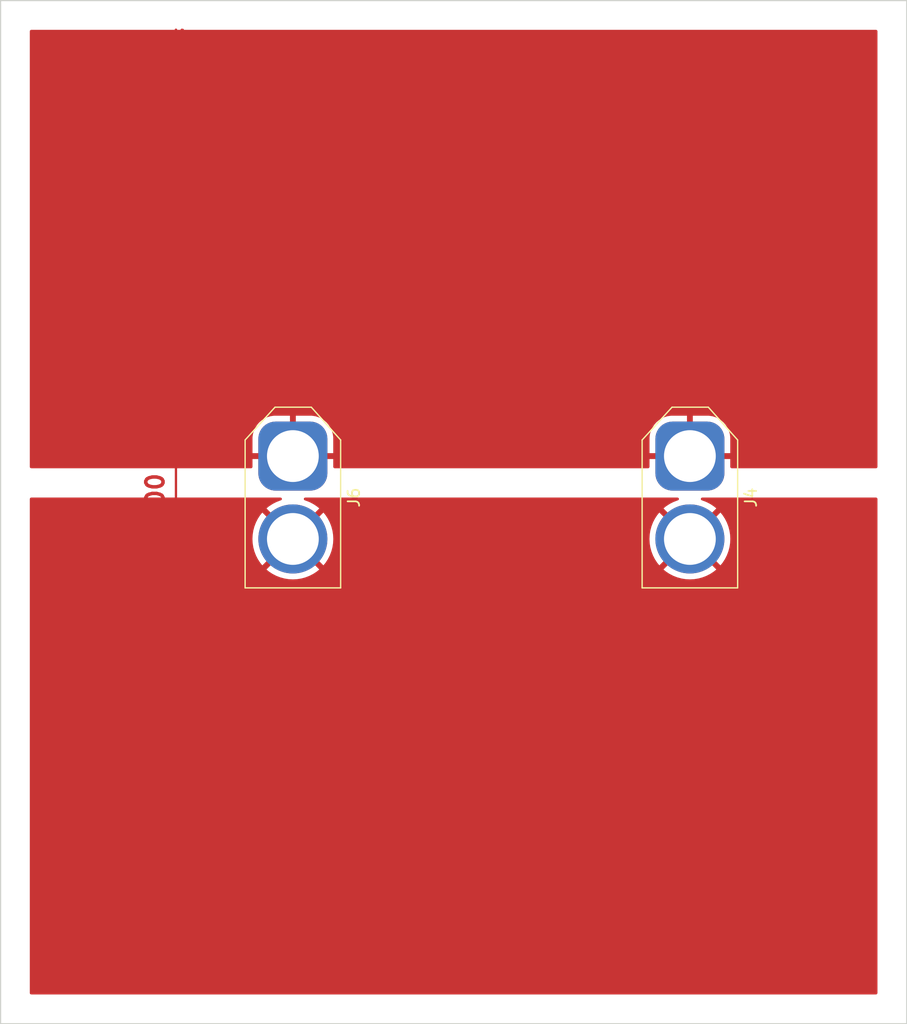
<source format=kicad_pcb>
(kicad_pcb (version 20211014) (generator pcbnew)
  (layers (0 "F.Cu" signal) (31 "B.Cu" signal) (34 "B.Paste" user) (35 "F.Paste" user) (36 "B.SilkS" user "B.Silkscreen") (37 "F.SilkS" user "F.Silkscreen") (38 "B.Mask" user) (39 "F.Mask" user) (44 "Edge.Cuts" user))
  (net 0 "")
  (net 1 "GND")
  (net 2 "+BATT")
  (footprint "Connector_AMASS:AMASS_XT60-M_1x02_P7.20mm_Vertical" (layer "F.Cu") (at 101.6 115.78 -90)
    (fp_text reference "J6" (at 3.6 -5.3 90) (layer "F.SilkS"))
    (fp_text value "Conn_01x02_Male")
    (fp_line (start -1.4 -4.15) (end -4.25 -1.6) (layer "F.SilkS") (width 0.12))
    (fp_line (start -4.25 1.55) (end -1.4 4.15) (layer "F.SilkS") (width 0.12))
    (fp_line (start -4.25 -1.6) (end -4.25 1.55) (layer "F.SilkS") (width 0.12))
    (fp_line (start 11.45 -4.15) (end -1.4 -4.15) (layer "F.SilkS") (width 0.12))
    (fp_line (start 11.45 4.15) (end 11.45 -4.15) (layer "F.SilkS") (width 0.12))
    (fp_line (start -1.4 4.15) (end 11.45 4.15) (layer "F.SilkS") (width 0.12))
    (pad "1" thru_hole roundrect (at 0 0 270) (size 6 6) (drill 4.5) (layers *.Cu *.Mask) (net 1 "GND"))
    (pad "2" thru_hole circle (at 7.2 0 270) (size 6 6) (drill 4.5) (layers *.Cu *.Mask) (net 2 "+BATT"))
  )
  (footprint "Connector_AMASS:AMASS_XT60-M_1x02_P7.20mm_Vertical" (layer "F.Cu") (at 136.1 115.78 -90)
    (fp_text reference "J4" (at 3.6 -5.3 90) (layer "F.SilkS"))
    (fp_text value "Conn_01x02_Male")
    (fp_line (start 11.45 -4.15) (end -1.4 -4.15) (layer "F.SilkS") (width 0.12))
    (fp_line (start 11.45 4.15) (end 11.45 -4.15) (layer "F.SilkS") (width 0.12))
    (fp_line (start -1.4 4.15) (end 11.45 4.15) (layer "F.SilkS") (width 0.12))
    (fp_line (start -1.4 -4.15) (end -4.25 -1.6) (layer "F.SilkS") (width 0.12))
    (fp_line (start -4.25 -1.6) (end -4.25 1.55) (layer "F.SilkS") (width 0.12))
    (fp_line (start -4.25 1.55) (end -1.4 4.15) (layer "F.SilkS") (width 0.12))
    (pad "1" thru_hole roundrect (at 0 0 270) (size 6 6) (drill 4.5) (layers *.Cu *.Mask) (net 1 "GND"))
    (pad "2" thru_hole circle (at 7.2 0 270) (size 6 6) (drill 4.5) (layers *.Cu *.Mask) (net 2 "+BATT"))
  )
  (gr_line (start 76.2 76.2) (end 76.2 165.1) (layer "Edge.Cuts") (width 0.1))
  (gr_line (start 154.94 76.2) (end 76.2 76.2) (layer "Edge.Cuts") (width 0.1))
  (gr_line (start 154.94 165.1) (end 154.94 76.2) (layer "Edge.Cuts") (width 0.1))
  (gr_line (start 76.2 165.1) (end 154.94 165.1) (layer "Edge.Cuts") (width 0.1))
  (dimension (type aligned) (layer "F.Cu") (pts (xy 91.44 78.74) (xy 91.44 160.02)) (height 0) (gr_text "81.2800 mm" (at 89.64 119.38 90) (layer "F.Cu") (effects (font (size 1.5 1.5) (thickness 0.3)))) (format (units 3) (units_format 1) (precision 4)) (style (thickness 0.2) (arrow_length 1.27) (text_position_mode 0) (extension_height 0.58642) (extension_offset 0.5) keep_text_aligned))
  (zone (net 2) (net_name "+BATT") (layer "F.Cu") (connect_pads (clearance 0.508)) (min_thickness 0.254) (fill yes (thermal_gap 0.508) (thermal_bridge_width 0.508))
    (polygon (pts (xy 152.4 162.56) (xy 78.74 162.56) (xy 78.74 119.38) (xy 152.4 119.38)))
  )
  (zone (net 1) (net_name "GND") (layer "F.Cu") (connect_pads (clearance 0.508)) (min_thickness 0.254) (fill yes (thermal_gap 0.508) (thermal_bridge_width 0.508))
    (polygon (pts (xy 152.4 116.84) (xy 78.74 116.84) (xy 78.74 78.74) (xy 152.4 78.74)))
  )
)
</source>
